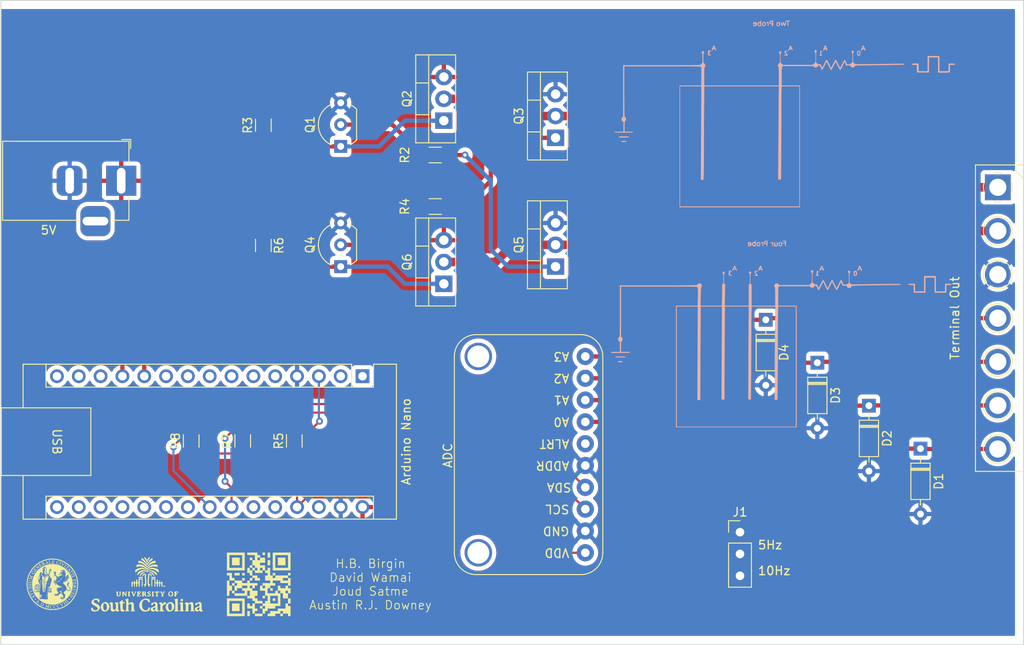
<source format=kicad_pcb>
(kicad_pcb (version 20221018) (generator pcbnew)
  (layers (0 "F.Cu" signal) (31 "B.Cu" signal) (34 "B.Paste" user) (35 "F.Paste" user) (36 "B.SilkS" user "B.Silkscreen") (37 "F.SilkS" user "F.Silkscreen") (38 "B.Mask" user) (39 "F.Mask" user) (44 "Edge.Cuts" user))
  (net 0 "")
  (net 1 "VPP")
  (net 2 "GND")
  (net 3 "VDD")
  (net 4 "Net-(ADC1-SCL)")
  (net 5 "Net-(ADC1-SDA)")
  (net 6 "Net-(Arduino1-D2)")
  (net 7 "AIN0")
  (net 8 "AIN1")
  (net 9 "AIN2")
  (net 10 "AIN3")
  (net 13 "Net-(Arduino1-~{RESET}-Pad3)")
  (net 14 "Net-(Arduino1-D3)")
  (net 15 "Net-(Arduino1-D4)")
  (net 20 "LOGIC2")
  (net 21 "LOGIC1")
  (net 35 "SP")
  (net 36 "SN")
  (net 37 "Net-(Q1-C)")
  (net 38 "Net-(Q1-B)")
  (net 39 "Net-(Q4-C)")
  (net 40 "Net-(Q4-B)")
  (footprint "Resistor_SMD:R_1206_3216Metric" (layer "F.Cu") (at 151.5375 63.5375 90)
    (fp_text reference "R3" (at 0 -1.82 90) (layer "F.SilkS"))
    (fp_text value "10k")
    (pad "1" smd roundrect (at -1.4625 0 90) (size 1.125 1.75) (layers "F.Cu" "F.Paste" "F.Mask") (roundrect_rratio 0.222222) (net 1 "VPP"))
    (pad "2" smd roundrect (at 1.4625 0 90) (size 1.125 1.75) (layers "F.Cu" "F.Paste" "F.Mask") (roundrect_rratio 0.222222) (net 37 "Net-(Q1-C)"))
  )
  (footprint "TerminalBlock_Phoenix:TerminalBlock_Phoenix_MKDS-1,5-7-5.08_1x07_P5.08mm_Horizontal" (layer "F.Cu") (at 237 70.76 -90)
    (fp_text reference "Terminal Out" (at 15.24 5 90) (layer "F.SilkS"))
    (fp_text value "Screw_Terminal_01x07")
    (pad "1" thru_hole rect (at 0 0 270) (size 3 3) (drill 2) (layers "*.Cu" "*.Mask") (net 35 "SP"))
    (pad "2" thru_hole circle (at 5.08 0 270) (size 3 3) (drill 2) (layers "*.Cu" "*.Mask") (net 36 "SN"))
    (pad "3" thru_hole circle (at 10.16 0 270) (size 3 3) (drill 2) (layers "*.Cu" "*.Mask") (net 2 "GND"))
    (pad "4" thru_hole circle (at 15.24 0 270) (size 3 3) (drill 2) (layers "*.Cu" "*.Mask") (net 10 "AIN3"))
    (pad "5" thru_hole circle (at 20.32 0 270) (size 3 3) (drill 2) (layers "*.Cu" "*.Mask") (net 9 "AIN2"))
    (pad "6" thru_hole circle (at 25.4 0 270) (size 3 3) (drill 2) (layers "*.Cu" "*.Mask") (net 8 "AIN1"))
    (pad "7" thru_hole circle (at 30.48 0 270) (size 3 3) (drill 2) (layers "*.Cu" "*.Mask") (net 7 "AIN0"))
  )
  (footprint "Package_TO_SOT_THT:TO-220-3_Vertical" (layer "F.Cu") (at 185.5375 80 90)
    (fp_text reference "Q5" (at 2.54 -4.27 90) (layer "F.SilkS"))
    (fp_text value "IRF540N")
    (pad "1" thru_hole rect (at 0 0 90) (size 1.905 2) (drill 1.1) (layers "*.Cu" "*.Mask") (net 21 "LOGIC1"))
    (pad "2" thru_hole oval (at 2.54 0 90) (size 1.905 2) (drill 1.1) (layers "*.Cu" "*.Mask") (net 36 "SN"))
    (pad "3" thru_hole oval (at 5.08 0 90) (size 1.905 2) (drill 1.1) (layers "*.Cu" "*.Mask") (net 2 "GND"))
  )
  (footprint "Resistor_SMD:R_1206_3216Metric" (layer "F.Cu") (at 171.5375 67)
    (fp_text reference "R2" (at -3.5375 0 90) (layer "F.SilkS"))
    (fp_text value "1k")
    (pad "1" smd roundrect (at -1.4625 0) (size 1.125 1.75) (layers "F.Cu" "F.Paste" "F.Mask") (roundrect_rratio 0.222222) (net 38 "Net-(Q1-B)"))
    (pad "2" smd roundrect (at 1.4625 0) (size 1.125 1.75) (layers "F.Cu" "F.Paste" "F.Mask") (roundrect_rratio 0.222222) (net 21 "LOGIC1"))
  )
  (footprint "Diode_THT:D_DO-35_SOD27_P7.62mm_Horizontal" (layer "F.Cu") (at 216 91.19 -90)
    (fp_text reference "D3" (at 3.81 -2.12 90) (layer "F.SilkS"))
    (fp_text value "D_Zener")
    (pad "1" thru_hole rect (at 0 0 270) (size 1.6 1.6) (drill 0.8) (layers "*.Cu" "*.Mask") (net 9 "AIN2"))
    (pad "2" thru_hole oval (at 7.62 0 270) (size 1.6 1.6) (drill 0.8) (layers "*.Cu" "*.Mask") (net 2 "GND"))
  )
  (footprint "ads1115module_silkscreen:Adafruit_ADS1115" (layer "F.Cu") (at 191.032 115.86 90)
    (fp_text reference "ADC" (at 13.86 -18.032 90 unlocked) (layer "F.SilkS"))
    (fp_text value "ADS1115IDGS")
    (fp_text user "ADDR" (at 12.7 -3.81 180 unlocked) (layer "F.SilkS") (effects (justify left)))
    (fp_text user "GND" (at 5.08 -3.81 180 unlocked) (layer "F.SilkS") (effects (justify left)))
    (fp_text user "ALRT" (at 15.24 -3.81 180 unlocked) (layer "F.SilkS") (effects (justify left)))
    (fp_text user "SCL" (at 7.62 -3.81 180 unlocked) (layer "F.SilkS") (effects (justify left)))
    (fp_text user "VDD" (at 2.54 -3.81 180 unlocked) (layer "F.SilkS") (effects (justify left)))
    (fp_text user "A2" (at 22.86 -3.81 180 unlocked) (layer "F.SilkS") (effects (justify left)))
    (fp_text user "SDA" (at 10.16 -5.08 180 unlocked) (layer "F.SilkS"))
    (fp_text user "A0" (at 17.78 -3.81 180 unlocked) (layer "F.SilkS") (effects (justify left)))
    (fp_text user "A1" (at 20.32 -3.81 180 unlocked) (layer "F.SilkS") (effects (justify left)))
    (fp_text user "A3" (at 25.4 -3.81 180 unlocked) (layer "F.SilkS") (effects (justify left)))
    (pad "1" thru_hole circle (at 2.54 -2.032 90) (size 2 2) (drill 1) (layers "*.Cu" "*.Mask") (net 3 "VDD"))
    (pad "2" thru_hole circle (at 5.08 -2.032 90) (size 2 2) (drill 1) (layers "*.Cu" "*.Mask") (net 2 "GND"))
    (pad "3" thru_hole circle (at 7.62 -2.032 90) (size 2 2) (drill 1) (layers "*.Cu" "*.Mask") (net 4 "Net-(ADC1-SCL)"))
    (pad "4" thru_hole circle (at 10.16 -2.032 90) (size 2 2) (drill 1) (layers "*.Cu" "*.Mask") (net 5 "Net-(ADC1-SDA)"))
    (pad "5" thru_hole circle (at 12.7 -2.032 90) (size 2 2) (drill 1) (layers "*.Cu" "*.Mask") (net 2 "GND"))
    (pad "6" thru_hole circle (at 15.24 -2.032 90) (size 2 2) (drill 1) (layers "*.Cu" "*.Mask"))
    (pad "7" thru_hole circle (at 17.78 -2.032 90) (size 2 2) (drill 1) (layers "*.Cu" "*.Mask") (net 7 "AIN0"))
    (pad "8" thru_hole circle (at 20.32 -2.032 90) (size 2 2) (drill 1) (layers "*.Cu" "*.Mask") (net 8 "AIN1"))
    (pad "9" thru_hole circle (at 22.86 -2.032 90) (size 2 2) (drill 1) (layers "*.Cu" "*.Mask") (net 9 "AIN2"))
    (pad "10" thru_hole circle (at 25.4 -2.032 90) (size 2 2) (drill 1) (layers "*.Cu" "*.Mask") (net 10 "AIN3"))
    (pad "11" thru_hole circle (at 2.54 -14.478 90) (size 3.2 3.2) (drill 2.54) (layers "*.Cu" "*.Mask"))
    (pad "11" thru_hole circle (at 25.4 -14.478 90) (size 3.2 3.2) (drill 2.54) (layers "*.Cu" "*.Mask"))
  )
  (footprint "uofsc_foots:github" (layer "F.Cu") (at 151 117)
    (fp_text reference "G7" hide)
    (fp_text value "LOGO" hide)
  )
  (footprint "Package_TO_SOT_THT:TO-220-3_Vertical" (layer "F.Cu") (at 185.5375 65 90)
    (fp_text reference "Q3" (at 2.54 -4.27 90) (layer "F.SilkS"))
    (fp_text value "IRF540N")
    (pad "1" thru_hole rect (at 0 0 90) (size 1.905 2) (drill 1.1) (layers "*.Cu" "*.Mask") (net 20 "LOGIC2"))
    (pad "2" thru_hole oval (at 2.54 0 90) (size 1.905 2) (drill 1.1) (layers "*.Cu" "*.Mask") (net 35 "SP"))
    (pad "3" thru_hole oval (at 5.08 0 90) (size 1.905 2) (drill 1.1) (layers "*.Cu" "*.Mask") (net 2 "GND"))
  )
  (footprint "Resistor_SMD:R_1206_3216Metric" (layer "F.Cu") (at 149.14 100.2975 90)
    (fp_text reference "R7" (at 0 -1.82 90) (layer "F.SilkS"))
    (fp_text value "10k")
    (pad "1" smd roundrect (at -1.4625 0 90) (size 1.125 1.75) (layers "F.Cu" "F.Paste" "F.Mask") (roundrect_rratio 0.222222) (net 3 "VDD"))
    (pad "2" smd roundrect (at 1.4625 0 90) (size 1.125 1.75) (layers "F.Cu" "F.Paste" "F.Mask") (roundrect_rratio 0.222222) (net 4 "Net-(ADC1-SCL)"))
  )
  (footprint "Resistor_SMD:R_1206_3216Metric" (layer "F.Cu") (at 171.5375 73)
    (fp_text reference "R4" (at -3.5375 0 90) (layer "F.SilkS"))
    (fp_text value "1k")
    (pad "1" smd roundrect (at -1.4625 0) (size 1.125 1.75) (layers "F.Cu" "F.Paste" "F.Mask") (roundrect_rratio 0.222222) (net 40 "Net-(Q4-B)"))
    (pad "2" smd roundrect (at 1.4625 0) (size 1.125 1.75) (layers "F.Cu" "F.Paste" "F.Mask") (roundrect_rratio 0.222222) (net 20 "LOGIC2"))
  )
  (footprint "uofsc_foots:upg" (layer "F.Cu") (at 127 117)
    (fp_text reference "G3" hide)
    (fp_text value "LOGO" hide)
  )
  (footprint "Resistor_SMD:R_1206_3216Metric" (layer "F.Cu") (at 155.14 100.2975 90)
    (fp_text reference "R5" (at 0 -1.82 90) (layer "F.SilkS"))
    (fp_text value "10k")
    (pad "1" smd roundrect (at -1.4625 0 90) (size 1.125 1.75) (layers "F.Cu" "F.Paste" "F.Mask") (roundrect_rratio 0.222222) (net 3 "VDD"))
    (pad "2" smd roundrect (at 1.4625 0 90) (size 1.125 1.75) (layers "F.Cu" "F.Paste" "F.Mask") (roundrect_rratio 0.222222) (net 13 "Net-(Arduino1-~{RESET}-Pad3)"))
  )
  (footprint "Package_TO_SOT_THT:TO-220-3_Vertical" (layer "F.Cu") (at 172.5375 63 90)
    (fp_text reference "Q2" (at 2.54 -4.27 90) (layer "F.SilkS"))
    (fp_text value "IRF9540N")
    (pad "1" thru_hole rect (at 0 0 90) (size 1.905 2) (drill 1.1) (layers "*.Cu" "*.Mask") (net 37 "Net-(Q1-C)"))
    (pad "2" thru_hole oval (at 2.54 0 90) (size 1.905 2) (drill 1.1) (layers "*.Cu" "*.Mask") (net 35 "SP"))
    (pad "3" thru_hole oval (at 5.08 0 90) (size 1.905 2) (drill 1.1) (layers "*.Cu" "*.Mask") (net 1 "VPP"))
  )
  (footprint "Resistor_SMD:R_1206_3216Metric" (layer "F.Cu") (at 151.5375 77.5375 -90)
    (fp_text reference "R6" (at 0 -1.82 90) (layer "F.SilkS"))
    (fp_text value "10k")
    (pad "1" smd roundrect (at -1.4625 0 270) (size 1.125 1.75) (layers "F.Cu" "F.Paste" "F.Mask") (roundrect_rratio 0.222222) (net 1 "VPP"))
    (pad "2" smd roundrect (at 1.4625 0 270) (size 1.125 1.75) (layers "F.Cu" "F.Paste" "F.Mask") (roundrect_rratio 0.222222) (net 39 "Net-(Q4-C)"))
  )
  (footprint "Package_TO_SOT_THT:TO-92_Inline_Wide" (layer "F.Cu") (at 160.5375 80 90)
    (fp_text reference "Q4" (at 2.54 -3.56 90) (layer "F.SilkS"))
    (fp_text value "BC549")
    (pad "1" thru_hole rect (at 0 0 90) (size 1.5 1.5) (drill 0.8) (layers "*.Cu" "*.Mask") (net 39 "Net-(Q4-C)"))
    (pad "2" thru_hole circle (at 2.54 0 90) (size 1.5 1.5) (drill 0.8) (layers "*.Cu" "*.Mask") (net 40 "Net-(Q4-B)"))
    (pad "3" thru_hole circle (at 5.08 0 90) (size 1.5 1.5) (drill 0.8) (layers "*.Cu" "*.Mask") (net 2 "GND"))
  )
  (footprint "uofsc_foots:uofsc" (layer "F.Cu") (at 138 117)
    (fp_text reference "G2" hide)
    (fp_text value "LOGO" hide)
  )
  (footprint "Connector_PinHeader_2.54mm:PinHeader_1x03_P2.54mm_Vertical" (layer "F.Cu") (at 207 110.92)
    (fp_text reference "J1" (at 0 -2.33) (layer "F.SilkS"))
    (fp_text value "Conn_01x03_Pin")
    (pad "1" thru_hole rect (at 0 0) (size 1.7 1.7) (drill 1) (layers "*.Cu" "*.Mask") (net 6 "Net-(Arduino1-D2)"))
    (pad "2" thru_hole oval (at 0 2.54) (size 1.7 1.7) (drill 1) (layers "*.Cu" "*.Mask") (net 14 "Net-(Arduino1-D3)"))
    (pad "3" thru_hole oval (at 0 5.08) (size 1.7 1.7) (drill 1) (layers "*.Cu" "*.Mask") (net 15 "Net-(Arduino1-D4)"))
  )
  (footprint "Connector_BarrelJack:BarrelJack_Horizontal" (layer "F.Cu") (at 135 70)
    (fp_text reference "5V" (at -8.45 5.75) (layer "F.SilkS"))
    (fp_text value "Barrel_Jack")
    (pad "1" thru_hole rect (at 0 0) (size 3.5 3.5) (drill oval 1 3) (layers "*.Cu" "*.Mask") (net 1 "VPP"))
    (pad "2" thru_hole roundrect (at -6 0) (size 3 3.5) (drill oval 1 3) (layers "*.Cu" "*.Mask") (net 2 "GND"))
    (pad "3" thru_hole roundrect (at -3 4.7) (size 3.5 3.5) (drill oval 3 1) (layers "*.Cu" "*.Mask"))
  )
  (footprint "Package_TO_SOT_THT:TO-92_Inline_Wide" (layer "F.Cu") (at 160.5375 66 90)
    (fp_text reference "Q1" (at 2.54 -3.56 90) (layer "F.SilkS"))
    (fp_text value "BC549")
    (pad "1" thru_hole rect (at 0 0 90) (size 1.5 1.5) (drill 0.8) (layers "*.Cu" "*.Mask") (net 37 "Net-(Q1-C)"))
    (pad "2" thru_hole circle (at 2.54 0 90) (size 1.5 1.5) (drill 0.8) (layers "*.Cu" "*.Mask") (net 38 "Net-(Q1-B)"))
    (pad "3" thru_hole circle (at 5.08 0 90) (size 1.5 1.5) (drill 0.8) (layers "*.Cu" "*.Mask") (net 2 "GND"))
  )
  (footprint "Diode_THT:D_DO-35_SOD27_P7.62mm_Horizontal" (layer "F.Cu") (at 210 86.19 -90)
    (fp_text reference "D4" (at 3.81 -2.12 90) (layer "F.SilkS"))
    (fp_text value "D_Zener")
    (pad "1" thru_hole rect (at 0 0 270) (size 1.6 1.6) (drill 0.8) (layers "*.Cu" "*.Mask") (net 10 "AIN3"))
    (pad "2" thru_hole oval (at 7.62 0 270) (size 1.6 1.6) (drill 0.8) (layers "*.Cu" "*.Mask") (net 2 "GND"))
  )
  (footprint "Diode_THT:D_DO-35_SOD27_P7.62mm_Horizontal" (layer "F.Cu") (at 222 96.19 -90)
    (fp_text reference "D2" (at 3.81 -2.12 90) (layer "F.SilkS"))
    (fp_text value "D_Zener")
    (pad "1" thru_hole rect (at 0 0 270) (size 1.6 1.6) (drill 0.8) (layers "*.Cu" "*.Mask") (net 8 "AIN1"))
    (pad "2" thru_hole oval (at 7.62 0 270) (size 1.6 1.6) (drill 0.8) (layers "*.Cu" "*.Mask") (net 2 "GND"))
  )
  (footprint "Package_TO_SOT_THT:TO-220-3_Vertical" (layer "F.Cu") (at 172.5375 82 90)
    (fp_text reference "Q6" (at 2.54 -4.27 90) (layer "F.SilkS"))
    (fp_text value "IRF9540N")
    (pad "1" thru_hole rect (at 0 0 90) (size 1.905 2) (drill 1.1) (layers "*.Cu" "*.Mask") (net 39 "Net-(Q4-C)"))
    (pad "2" thru_hole oval (at 2.54 0 90) (size 1.905 2) (drill 1.1) (layers "*.Cu" "*.Mask") (net 36 "SN"))
    (pad "3" thru_hole oval (at 5.08 0 90) (size 1.905 2) (drill 1.1) (layers "*.Cu" "*.Mask") (net 1 "VPP"))
  )
  (footprint "Resistor_SMD:R_1206_3216Metric" (layer "F.Cu") (at 143.14 100.2975 90)
    (fp_text reference "R8" (at 0 -1.82 90) (layer "F.SilkS"))
    (fp_text value "10k")
    (pad "1" smd roundrect (at -1.4625 0 90) (size 1.125 1.75) (layers "F.Cu" "F.Paste" "F.Mask") (roundrect_rratio 0.222222) (net 3 "VDD"))
    (pad "2" smd roundrect (at 1.4625 0 90) (size 1.125 1.75) (layers "F.Cu" "F.Paste" "F.Mask") (roundrect_rratio 0.222222) (net 5 "Net-(ADC1-SDA)"))
  )
  (footprint "Diode_THT:D_DO-35_SOD27_P7.62mm_Horizontal" (layer "F.Cu") (at 228 101.19 -90)
    (fp_text reference "D1" (at 3.81 -2.12 90) (layer "F.SilkS"))
    (fp_text value "D_Zener")
    (pad "1" thru_hole rect (at 0 0 270) (size 1.6 1.6) (drill 0.8) (layers "*.Cu" "*.Mask") (net 7 "AIN0"))
    (pad "2" thru_hole oval (at 7.62 0 270) (size 1.6 1.6) (drill 0.8) (layers "*.Cu" "*.Mask") (net 2 "GND"))
  )
  (footprint "Module:Arduino_Nano" (layer "F.Cu") (at 163.08 92.76 -90)
    (fp_text reference "Arduino Nano" (at 7.62 -5.08 90) (layer "F.SilkS"))
    (fp_text value "Arduino_Nano_Every")
    (fp_text user "USB" (at 7.62 35.56 -90 unlocked) (layer "F.SilkS"))
    (pad "1" thru_hole rect (at 0 0 270) (size 1.6 1.6) (drill 1) (layers "*.Cu" "*.Mask"))
    (pad "2" thru_hole oval (at 0 2.54 270) (size 1.6 1.6) (drill 1) (layers "*.Cu" "*.Mask"))
    (pad "3" thru_hole oval (at 0 5.08 270) (size 1.6 1.6) (drill 1) (layers "*.Cu" "*.Mask") (net 13 "Net-(Arduino1-~{RESET}-Pad3)"))
    (pad "4" thru_hole oval (at 0 7.62 270) (size 1.6 1.6) (drill 1) (layers "*.Cu" "*.Mask") (net 2 "GND"))
    (pad "5" thru_hole oval (at 0 10.16 270) (size 1.6 1.6) (drill 1) (layers "*.Cu" "*.Mask"))
    (pad "6" thru_hole oval (at 0 12.7 270) (size 1.6 1.6) (drill 1) (layers "*.Cu" "*.Mask"))
    (pad "7" thru_hole oval (at 0 15.24 270) (size 1.6 1.6) (drill 1) (layers "*.Cu" "*.Mask"))
    (pad "8" thru_hole oval (at 0 17.78 270) (size 1.6 1.6) (drill 1) (layers "*.Cu" "*.Mask"))
    (pad "9" thru_hole oval (at 0 20.32 270) (size 1.6 1.6) (drill 1) (layers "*.Cu" "*.Mask"))
    (pad "10" thru_hole oval (at 0 22.86 270) (size 1.6 1.6) (drill 1) (layers "*.Cu" "*.Mask"))
    (pad "11" thru_hole oval (at 0 25.4 270) (size 1.6 1.6) (drill 1) (layers "*.Cu" "*.Mask") (net 20 "LOGIC2"))
    (pad "12" thru_hole oval (at 0 27.94 270) (size 1.6 1.6) (drill 1) (layers "*.Cu" "*.Mask") (net 21 "LOGIC1"))
    (pad "13" thru_hole oval (at 0 30.48 270) (size 1.6 1.6) (drill 1) (layers "*.Cu" "*.Mask"))
    (pad "14" thru_hole oval (at 0 33.02 270) (size 1.6 1.6) (drill 1) (layers "*.Cu" "*.Mask"))
    (pad "15" thru_hole oval (at 0 35.56 270) (size 1.6 1.6) (drill 1) (layers "*.Cu" "*.Mask"))
    (pad "16" thru_hole oval (at 15.24 35.56 270) (size 1.6 1.6) (drill 1) (layers "*.Cu" "*.Mask"))
    (pad "17" thru_hole oval (at 15.24 33.02 270) (size 1.6 1.6) (drill 1) (layers "*.Cu" "*.Mask"))
    (pad "18" thru_hole oval (at 15.24 30.48 270) (size 1.6 1.6) (drill 1) (layers "*.Cu" "*.Mask"))
    (pad "19" thru_hole oval (at 15.24 27.94 270) (size 1.6 1.6) (drill 1) (layers "*.Cu" "*.Mask"))
    (pad "20" thru_hole oval (at 15.24 25.4 270) (size 1.6 1.6) (drill 1) (layers "*.Cu" "*.Mask"))
    (pad "21" thru_hole oval (at 15.24 22.86 270) (size 1.6 1.6) (drill 1) (layers "*.Cu" "*.Mask"))
    (pad "22" thru_hole oval (at 15.24 20.32 270) (size 1.6 1.6) (drill 1) (layers "*.Cu" "*.Mask"))
    (pad "23" thru_hole oval (at 15.24 17.78 270) (size 1.6 1.6) (drill 1) (layers "*.Cu" "*.Mask") (net 5 "Net-(ADC1-SDA)"))
    (pad "24" thru_hole oval (at 15.24 15.24 270) (size 1.6 1.6) (drill 1) (layers "*.Cu" "*.Mask") (net 4 "Net-(ADC1-SCL)"))
    (pad "25" thru_hole oval (at 15.24 12.7 270) (size 1.6 1.6) (drill 1) (layers "*.Cu" "*.Mask"))
    (pad "26" thru_hole oval (at 15.24 10.16 270) (size 1.6 1.6) (drill 1) (layers "*.Cu" "*.Mask"))
    (pad "27" thru_hole oval (at 15.24 7.62 270) (size 1.6 1.6) (drill 1) (layers "*.Cu" "*.Mask") (net 3 "VDD"))
    (pad "28" thru_hole oval (at 15.24 5.08 270) (size 1.6 1.6) (drill 1) (layers "*.Cu" "*.Mask"))
    (pad "29" thru_hole oval (at 15.24 2.54 270) (size 1.6 1.6) (drill 1) (layers "*.Cu" "*.Mask") (net 2 "GND"))
    (pad "30" thru_hole oval (at 15.24 0 270) (size 1.6 1.6) (drill 1) (layers "*.Cu" "*.Mask") (net 1 "VPP"))
  )
  (footprint "uofsc_foots:schematic" (layer "B.Cu") (at 212 75 180)
    (fp_text reference "G5" hide)
    (fp_text value "LOGO" hide)
  )
  (gr_line (start 240 124) (end 240 49) (stroke (width 0.1)) (layer "Edge.Cuts"))
  (gr_line (start 121 49) (end 121 124) (stroke (width 0.1)) (layer "Edge.Cuts"))
  (gr_line (start 121 124) (end 240 124) (stroke (width 0.1)) (layer "Edge.Cuts"))
  (gr_line (start 240 49) (end 121 49) (stroke (width 0.1)) (layer "Edge.Cuts"))
  (gr_text "5Hz" (at 209 113) (layer "F.SilkS") (effects (font (size 1 1)) (justify left bottom)))
  (gr_text "H.B. Birgin\nDavid Wamai\nJoud Satme\nAustin R.J. Downey" (at 164 120) (layer "F.SilkS") (effects (font (size 1 1) (thickness 0.1)) (justify bottom)))
  (gr_text "10Hz" (at 209 116) (layer "F.SilkS") (effects (font (size 1 1)) (justify left bottom)))
  (segment (start 155.14 101.76) (end 149.14 101.76) (width 0.25) (layer "F.Cu") (net 3))
  (segment (start 155.46 108) (end 155.46 102.08) (width 0.25) (layer "F.Cu") (net 3))
  (segment (start 149.14 101.76) (end 143.14 101.76) (width 0.25) (layer "F.Cu") (net 3))
  (segment (start 156.585 106.875) (end 155.46 108) (width 0.25) (layer "F.Cu") (net 3))
  (segment (start 181.32 113.32) (end 174.875 106.875) (width 0.25) (layer "F.Cu") (net 3))
  (segment (start 174.875 106.875) (end 156.585 106.875) (width 0.25) (layer "F.Cu") (net 3))
  (segment (start 189 113.32) (end 181.32 113.32) (width 0.25) (layer "F.Cu") (net 3))
  (segment (start 155.46 102.08) (end 155.14 101.76) (width 0.25) (layer "F.Cu") (net 3))
  (segment (start 152.08 97) (end 150.245 98.835) (width 0.25) (layer "F.Cu") (net 4))
  (segment (start 147.84 105.76) (end 147.08 105) (width 0.25) (layer "F.Cu") (net 4))
  (segment (start 150.245 98.835) (end 149.14 98.835) (width 0.25) (layer "F.Cu") (net 4))
  (segment (start 149.14 98.835) (end 148.245 98.835) (width 0.25) (layer "F.Cu") (net 4))
  (segment (start 152.08 97) (end 171 97) (width 0.25) (layer "F.Cu") (net 4))
  (segment (start 147.84 108) (end 147.84 105.76) (width 0.25) (layer "F.Cu") (net 4))
  (segment (start 148.245 98.835) (end 147.08 100) (width 0.25) (layer "F.Cu") (net 4))
  (segment (start 180.24 106.24) (end 171 97) (width 0.25) (layer "F.Cu") (net 4))
  (segment (start 189 108.24) (end 187 106.24) (width 0.25) (layer "F.Cu") (net 4))
  (segment (start 187 106.24) (end 180.24 106.24) (width 0.25) (layer "F.Cu") (net 4))
  (via (at 147.08 105) (size 0.8) (drill 0.4) (layers "F.Cu" "B.Cu") (net 4))
  (via (at 147.08 100) (size 0.8) (drill 0.4) (layers "F.Cu" "B.Cu") (net 4))
  (segment (start 147.08 100) (end 147.08 105) (width 0.25) (layer "B.Cu") (net 4))
  (segment (start 143.14 98.835) (end 141.08 100.895) (width 0.25) (layer "F.Cu") (net 5))
  (segment (start 189 105.7) (end 179.3 96) (width 0.25) (layer "F.Cu") (net 5))
  (segment (start 145.975 96) (end 143.14 98.835) (width 0.25) (layer "F.Cu") (net 5))
  (segment (start 141.08 100.895) (end 141.08 101) (width 0.25) (layer "F.Cu") (net 5))
  (segment (start 179.3 96) (end 145.975 96) (width 0.25) (layer "F.Cu") (net 5))
  (via (at 141.08 101) (size 0.8) (drill 0.4) (layers "F.Cu" "B.Cu") (net 5))
  (segment (start 141.08 101) (end 141.08 103.78) (width 0.25) (layer "B.Cu") (net 5))
  (segment (start 141.08 103.78) (end 145.3 108) (width 0.25) (layer "B.Cu") (net 5))
  (segment (start 228 101.19) (end 208.19 101.19) (width 0.5) (layer "F.Cu") (net 7))
  (segment (start 205.08 98.08) (end 189 98.08) (width 0.5) (layer "F.Cu") (net 7))
  (segment (start 228.05 101.24) (end 228 101.19) (width 0.25) (layer "F.Cu") (net 7))
  (segment (start 237 101.24) (end 228.05 101.24) (width 0.5) (layer "F.Cu") (net 7))
  (segment (start 208.19 101.19) (end 205.08 98.08) (width 0.5) (layer "F.Cu") (net 7))
  (segment (start 204.54 95.54) (end 189 95.54) (width 0.5) (layer "F.Cu") (net 8))
  (segment (start 222 96.19) (end 205.19 96.19) (width 0.5) (layer "F.Cu") (net 8))
  (segment (start 205.19 96.19) (end 204.54 95.54) (width 0.5) (layer "F.Cu") (net 8))
  (segment (start 237 96.16) (end 222.03 96.16) (width 0.5) (layer "F.Cu") (net 8))
  (segment (start 222.03 96.16) (end 222 96.19) (width 0.25) (layer "F.Cu") (net 8))
  (segment (start 237 91.08) (end 216.11 91.08) (width 0.5) (layer "F.Cu") (net 9))
  (segment (start 206.81 91.19) (end 205 93) (width 0.5) (layer "F.Cu") (net 9))
  (segment (start 216 91.19) (end 206.81 91.19) (width 0.5) (layer "F.Cu") (net 9))
  (segment (start 205 93) (end 189 93) (width 0.5) (layer "F.Cu") (net 9))
  (segment (start 216.11 91.08) (end 216 91.19) (width 0.25) (layer "F.Cu") (net 9))
  (segment (start 203.54 90.46) (end 189 90.46) (width 0.5) (layer "F.Cu") (net 10))
  (segment (start 210 86.19) (end 207.81 86.19) (width 0.5) (layer "F.Cu") (net 10))
  (segment (start 210.19 86) (end 210 86.19) (width 0.25) (layer "F.Cu") (net 10))
  (segment (start 207.81 86.19) (end 203.54 90.46) (width 0.5) (layer "F.Cu") (net 10))
  (segment (start 237 86) (end 210.19 86) (width 0.5) (layer "F.Cu") (net 10))
  (segment (start 157.245 98.835) (end 158.08 98) (width 0.25) (layer "F.Cu") (net 13))
  (segment (start 155.14 98.835) (end 157.245 98.835) (width 0.25) (layer "F.Cu") (net 13))
  (via (at 158.08 98) (size 0.8) (drill 0.4) (layers "F.Cu" "B.Cu") (net 13))
  (segment (start 158 97.92) (end 158 92.76) (width 0.25) (layer "B.Cu") (net 13))
  (segment (start 158.08 98) (end 158 97.92) (width 0.25) (layer "B.Cu") (net 13))
  (segment (start 170.8 70.8) (end 173 73) (width 0.5) (layer "F.Cu") (net 20))
  (segment (start 137.68 92.76) (end 137.68 80.32) (width 0.5) (layer "F.Cu") (net 20))
  (segment (start 178 67) (end 178 70) (width 0.5) (layer "F.Cu") (net 20))
  (segment (start 175 73) (end 173 73) (width 0.5) (layer "F.Cu") (net 20))
  (segment (start 137.68 80.32) (end 147.2 70.8) (width 0.5) (layer "F.Cu") (net 20))
  (segment (start 180 65) (end 178 67) (width 0.5) (layer "F.Cu") (net 20))
  (segment (start 185.5375 65) (end 180 65) (width 0.5) (layer "F.Cu") (net 20))
  (segment (start 178 70) (end 175 73) (width 0.5) (layer "F.Cu") (net 20))
  (segment (start 147.2 70.8) (end 170.8 70.8) (width 0.5) (layer "F.Cu") (net 20))
  (segment (start 145.8 69.2) (end 170.8 69.2) (width 0.5) (layer "F.Cu") (net 21))
  (segment (start 170.8 69.2) (end 173 67) (width 0.5) (layer "F.Cu") (net 21))
  (segment (start 175 67) (end 173 67) (width 0.5) (layer "F.Cu") (net 21))
  (segment (start 135.14 92.76) (end 135.14 79.86) (width 0.5) (layer "F.Cu") (net 21))
  (segment (start 135.14 79.86) (end 145.8 69.2) (width 0.5) (layer "F.Cu") (net 21))
  (via (at 175 67) (size 0.8) (drill 0.4) (layers "F.Cu" "B.Cu") (net 21))
  (segment (start 185.5375 80) (end 185 80) (width 0.25) (layer "B.Cu") (net 21))
  (segment (start 178 78) (end 178 70) (width 0.5) (layer "B.Cu") (net 21))
  (segment (start 185.5375 80) (end 180 80) (width 0.5) (layer "B.Cu") (net 21))
  (segment (start 180 80) (end 178 78) (width 0.5) (layer "B.Cu") (net 21))
  (segment (start 178 70) (end 175 67) (width 0.5) (layer "B.Cu") (net 21))
  (segment (start 218.46 62.46) (end 185.5375 62.46) (width 1) (layer "F.Cu") (net 35))
  (segment (start 179.46 60.46) (end 172.5375 60.46) (width 1) (layer "F.Cu") (net 35))
  (segment (start 185.5375 62.46) (end 181.46 62.46) (width 1) (layer "F.Cu") (net 35))
  (segment (start 237 70.76) (end 226.76 70.76) (width 1) (layer "F.Cu") (net 35))
  (segment (start 181.46 62.46) (end 179.46 60.46) (width 1) (layer "F.Cu") (net 35))
  (segment (start 226.76 70.76) (end 218.46 62.46) (width 1) (layer "F.Cu") (net 35))
  (segment (start 227.16 75.84) (end 225.54 77.46) (width 1) (layer "F.Cu") (net 36))
  (segment (start 178.54 79.46) (end 172.5375 79.46) (width 1) (layer "F.Cu") (net 36))
  (segment (start 237 75.84) (end 227.16 75.84) (width 1) (layer "F.Cu") (net 36))
  (segment (start 180.54 77.46) (end 178.54 79.46) (width 1) (layer "F.Cu") (net 36))
  (segment (start 185.5375 77.46) (end 180.54 77.46) (width 1) (layer "F.Cu") (net 36))
  (segment (start 225.54 77.46) (end 185.5375 77.46) (width 1) (layer "F.Cu") (net 36))
  (segment (start 155.4625 66) (end 151.5375 62.075) (width 0.5) (layer "F.Cu") (net 37))
  (segment (start 160.5375 66) (end 155.4625 66) (width 0.5) (layer "F.Cu") (net 37))
  (segment (start 168 63) (end 165 66) (width 0.5) (layer "B.Cu") (net 37))
  (segment (start 172.5375 63) (end 168 63) (width 0.5) (layer "B.Cu") (net 37))
  (segment (start 165 66) (end 160.5375 66) (width 0.5) (layer "B.Cu") (net 37))
  (segment (start 166.535 63.46) (end 170.075 67) (width 0.5) (layer "F.Cu") (net 38))
  (segment (start 160.5375 63.46) (end 166.535 63.46) (width 0.5) (layer "F.Cu") (net 38))
  (segment (start 152.5375 80) (end 151.5375 79) (width 0.5) (layer "F.Cu") (net 39))
  (segment (start 160.5375 80) (end 152.5375 80) (width 0.5) (layer "F.Cu") (net 39))
  (segment (start 168 82) (end 166 80) (width 0.5) (layer "B.Cu") (net 39))
  (segment (start 172.5375 82) (end 168 82) (width 0.5) (layer "B.Cu") (net 39))
  (segment (start 166 80) (end 160.5375 80) (width 0.5) (layer "B.Cu") (net 39))
  (segment (start 165.615 77.46) (end 170.075 73) (width 0.5) (layer "F.Cu") (net 40))
  (segment (start 160.5375 77.46) (end 165.615 77.46) (width 0.5) (layer "F.Cu") (net 40))
  (zone (net 1) (net_name "VPP") (layer "F.Cu") (priority 1) (connect_pads (clearance 0.5)) (min_thickness 0.25) (fill yes (thermal_gap 0.5) (thermal_bridge_width 0.5))
    (polygon (pts (xy 122 51) (xy 122 122) (xy 192 122) (xy 192 51)))
  )
  (zone (net 2) (net_name "GND") (layer "B.Cu") (connect_pads (clearance 0.5)) (min_thickness 0.25) (fill yes (thermal_gap 0.5) (thermal_bridge_width 0.5))
    (polygon (pts (xy 121 50) (xy 121 123) (xy 239 123) (xy 239 50)))
  )
)
</source>
